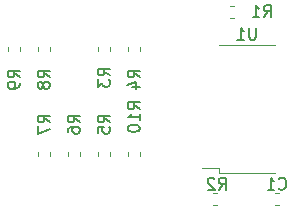
<source format=gbr>
G04 #@! TF.GenerationSoftware,KiCad,Pcbnew,(5.0.2)-1*
G04 #@! TF.CreationDate,2019-05-13T14:34:42-07:00*
G04 #@! TF.ProjectId,7_segment_display,375f7365-676d-4656-9e74-5f646973706c,rev?*
G04 #@! TF.SameCoordinates,Original*
G04 #@! TF.FileFunction,Legend,Bot*
G04 #@! TF.FilePolarity,Positive*
%FSLAX46Y46*%
G04 Gerber Fmt 4.6, Leading zero omitted, Abs format (unit mm)*
G04 Created by KiCad (PCBNEW (5.0.2)-1) date 5/13/2019 2:34:42 PM*
%MOMM*%
%LPD*%
G01*
G04 APERTURE LIST*
%ADD10C,0.120000*%
%ADD11C,0.150000*%
G04 APERTURE END LIST*
D10*
G04 #@! TO.C,C1*
X38897779Y-18290000D02*
X38572221Y-18290000D01*
X38897779Y-17270000D02*
X38572221Y-17270000D01*
G04 #@! TO.C,R1*
X34762221Y-1395000D02*
X35087779Y-1395000D01*
X34762221Y-2415000D02*
X35087779Y-2415000D01*
G04 #@! TO.C,R2*
X33339721Y-17270000D02*
X33665279Y-17270000D01*
X33339721Y-18290000D02*
X33665279Y-18290000D01*
G04 #@! TO.C,R3*
X24640000Y-4917221D02*
X24640000Y-5242779D01*
X23620000Y-4917221D02*
X23620000Y-5242779D01*
G04 #@! TO.C,R4*
X27180000Y-4917221D02*
X27180000Y-5242779D01*
X26160000Y-4917221D02*
X26160000Y-5242779D01*
G04 #@! TO.C,R5*
X23620000Y-14132779D02*
X23620000Y-13807221D01*
X24640000Y-14132779D02*
X24640000Y-13807221D01*
G04 #@! TO.C,R6*
X21080000Y-14132779D02*
X21080000Y-13807221D01*
X22100000Y-14132779D02*
X22100000Y-13807221D01*
G04 #@! TO.C,R7*
X18540000Y-14132779D02*
X18540000Y-13807221D01*
X19560000Y-14132779D02*
X19560000Y-13807221D01*
G04 #@! TO.C,R8*
X19560000Y-4917221D02*
X19560000Y-5242779D01*
X18540000Y-4917221D02*
X18540000Y-5242779D01*
G04 #@! TO.C,R9*
X17020000Y-4917221D02*
X17020000Y-5242779D01*
X16000000Y-4917221D02*
X16000000Y-5242779D01*
G04 #@! TO.C,R10*
X26160000Y-14132779D02*
X26160000Y-13807221D01*
X27180000Y-14132779D02*
X27180000Y-13807221D01*
G04 #@! TO.C,U1*
X33795000Y-4760000D02*
X38595000Y-4760000D01*
X33795000Y-15560000D02*
X38595000Y-15560000D01*
X33795000Y-15160000D02*
X32395000Y-15160000D01*
X33795000Y-15560000D02*
X33795000Y-15160000D01*
G04 #@! TO.C,C1*
D11*
X38901666Y-16867142D02*
X38949285Y-16914761D01*
X39092142Y-16962380D01*
X39187380Y-16962380D01*
X39330238Y-16914761D01*
X39425476Y-16819523D01*
X39473095Y-16724285D01*
X39520714Y-16533809D01*
X39520714Y-16390952D01*
X39473095Y-16200476D01*
X39425476Y-16105238D01*
X39330238Y-16010000D01*
X39187380Y-15962380D01*
X39092142Y-15962380D01*
X38949285Y-16010000D01*
X38901666Y-16057619D01*
X37949285Y-16962380D02*
X38520714Y-16962380D01*
X38235000Y-16962380D02*
X38235000Y-15962380D01*
X38330238Y-16105238D01*
X38425476Y-16200476D01*
X38520714Y-16248095D01*
G04 #@! TO.C,R1*
X37631666Y-2357380D02*
X37965000Y-1881190D01*
X38203095Y-2357380D02*
X38203095Y-1357380D01*
X37822142Y-1357380D01*
X37726904Y-1405000D01*
X37679285Y-1452619D01*
X37631666Y-1547857D01*
X37631666Y-1690714D01*
X37679285Y-1785952D01*
X37726904Y-1833571D01*
X37822142Y-1881190D01*
X38203095Y-1881190D01*
X36679285Y-2357380D02*
X37250714Y-2357380D01*
X36965000Y-2357380D02*
X36965000Y-1357380D01*
X37060238Y-1500238D01*
X37155476Y-1595476D01*
X37250714Y-1643095D01*
G04 #@! TO.C,R2*
X33821666Y-16962380D02*
X34155000Y-16486190D01*
X34393095Y-16962380D02*
X34393095Y-15962380D01*
X34012142Y-15962380D01*
X33916904Y-16010000D01*
X33869285Y-16057619D01*
X33821666Y-16152857D01*
X33821666Y-16295714D01*
X33869285Y-16390952D01*
X33916904Y-16438571D01*
X34012142Y-16486190D01*
X34393095Y-16486190D01*
X33440714Y-16057619D02*
X33393095Y-16010000D01*
X33297857Y-15962380D01*
X33059761Y-15962380D01*
X32964523Y-16010000D01*
X32916904Y-16057619D01*
X32869285Y-16152857D01*
X32869285Y-16248095D01*
X32916904Y-16390952D01*
X33488333Y-16962380D01*
X32869285Y-16962380D01*
G04 #@! TO.C,R3*
X24582380Y-7300833D02*
X24106190Y-6967500D01*
X24582380Y-6729404D02*
X23582380Y-6729404D01*
X23582380Y-7110357D01*
X23630000Y-7205595D01*
X23677619Y-7253214D01*
X23772857Y-7300833D01*
X23915714Y-7300833D01*
X24010952Y-7253214D01*
X24058571Y-7205595D01*
X24106190Y-7110357D01*
X24106190Y-6729404D01*
X23582380Y-7634166D02*
X23582380Y-8253214D01*
X23963333Y-7919880D01*
X23963333Y-8062738D01*
X24010952Y-8157976D01*
X24058571Y-8205595D01*
X24153809Y-8253214D01*
X24391904Y-8253214D01*
X24487142Y-8205595D01*
X24534761Y-8157976D01*
X24582380Y-8062738D01*
X24582380Y-7777023D01*
X24534761Y-7681785D01*
X24487142Y-7634166D01*
G04 #@! TO.C,R4*
X27122380Y-7453333D02*
X26646190Y-7120000D01*
X27122380Y-6881904D02*
X26122380Y-6881904D01*
X26122380Y-7262857D01*
X26170000Y-7358095D01*
X26217619Y-7405714D01*
X26312857Y-7453333D01*
X26455714Y-7453333D01*
X26550952Y-7405714D01*
X26598571Y-7358095D01*
X26646190Y-7262857D01*
X26646190Y-6881904D01*
X26455714Y-8310476D02*
X27122380Y-8310476D01*
X26074761Y-8072380D02*
X26789047Y-7834285D01*
X26789047Y-8453333D01*
G04 #@! TO.C,R5*
X24582380Y-11263333D02*
X24106190Y-10930000D01*
X24582380Y-10691904D02*
X23582380Y-10691904D01*
X23582380Y-11072857D01*
X23630000Y-11168095D01*
X23677619Y-11215714D01*
X23772857Y-11263333D01*
X23915714Y-11263333D01*
X24010952Y-11215714D01*
X24058571Y-11168095D01*
X24106190Y-11072857D01*
X24106190Y-10691904D01*
X23582380Y-12168095D02*
X23582380Y-11691904D01*
X24058571Y-11644285D01*
X24010952Y-11691904D01*
X23963333Y-11787142D01*
X23963333Y-12025238D01*
X24010952Y-12120476D01*
X24058571Y-12168095D01*
X24153809Y-12215714D01*
X24391904Y-12215714D01*
X24487142Y-12168095D01*
X24534761Y-12120476D01*
X24582380Y-12025238D01*
X24582380Y-11787142D01*
X24534761Y-11691904D01*
X24487142Y-11644285D01*
G04 #@! TO.C,R6*
X22042380Y-11263333D02*
X21566190Y-10930000D01*
X22042380Y-10691904D02*
X21042380Y-10691904D01*
X21042380Y-11072857D01*
X21090000Y-11168095D01*
X21137619Y-11215714D01*
X21232857Y-11263333D01*
X21375714Y-11263333D01*
X21470952Y-11215714D01*
X21518571Y-11168095D01*
X21566190Y-11072857D01*
X21566190Y-10691904D01*
X21042380Y-12120476D02*
X21042380Y-11930000D01*
X21090000Y-11834761D01*
X21137619Y-11787142D01*
X21280476Y-11691904D01*
X21470952Y-11644285D01*
X21851904Y-11644285D01*
X21947142Y-11691904D01*
X21994761Y-11739523D01*
X22042380Y-11834761D01*
X22042380Y-12025238D01*
X21994761Y-12120476D01*
X21947142Y-12168095D01*
X21851904Y-12215714D01*
X21613809Y-12215714D01*
X21518571Y-12168095D01*
X21470952Y-12120476D01*
X21423333Y-12025238D01*
X21423333Y-11834761D01*
X21470952Y-11739523D01*
X21518571Y-11691904D01*
X21613809Y-11644285D01*
G04 #@! TO.C,R7*
X19502380Y-11263333D02*
X19026190Y-10930000D01*
X19502380Y-10691904D02*
X18502380Y-10691904D01*
X18502380Y-11072857D01*
X18550000Y-11168095D01*
X18597619Y-11215714D01*
X18692857Y-11263333D01*
X18835714Y-11263333D01*
X18930952Y-11215714D01*
X18978571Y-11168095D01*
X19026190Y-11072857D01*
X19026190Y-10691904D01*
X18502380Y-11596666D02*
X18502380Y-12263333D01*
X19502380Y-11834761D01*
G04 #@! TO.C,R8*
X19502380Y-7453333D02*
X19026190Y-7120000D01*
X19502380Y-6881904D02*
X18502380Y-6881904D01*
X18502380Y-7262857D01*
X18550000Y-7358095D01*
X18597619Y-7405714D01*
X18692857Y-7453333D01*
X18835714Y-7453333D01*
X18930952Y-7405714D01*
X18978571Y-7358095D01*
X19026190Y-7262857D01*
X19026190Y-6881904D01*
X18930952Y-8024761D02*
X18883333Y-7929523D01*
X18835714Y-7881904D01*
X18740476Y-7834285D01*
X18692857Y-7834285D01*
X18597619Y-7881904D01*
X18550000Y-7929523D01*
X18502380Y-8024761D01*
X18502380Y-8215238D01*
X18550000Y-8310476D01*
X18597619Y-8358095D01*
X18692857Y-8405714D01*
X18740476Y-8405714D01*
X18835714Y-8358095D01*
X18883333Y-8310476D01*
X18930952Y-8215238D01*
X18930952Y-8024761D01*
X18978571Y-7929523D01*
X19026190Y-7881904D01*
X19121428Y-7834285D01*
X19311904Y-7834285D01*
X19407142Y-7881904D01*
X19454761Y-7929523D01*
X19502380Y-8024761D01*
X19502380Y-8215238D01*
X19454761Y-8310476D01*
X19407142Y-8358095D01*
X19311904Y-8405714D01*
X19121428Y-8405714D01*
X19026190Y-8358095D01*
X18978571Y-8310476D01*
X18930952Y-8215238D01*
G04 #@! TO.C,R9*
X16962380Y-7453333D02*
X16486190Y-7120000D01*
X16962380Y-6881904D02*
X15962380Y-6881904D01*
X15962380Y-7262857D01*
X16010000Y-7358095D01*
X16057619Y-7405714D01*
X16152857Y-7453333D01*
X16295714Y-7453333D01*
X16390952Y-7405714D01*
X16438571Y-7358095D01*
X16486190Y-7262857D01*
X16486190Y-6881904D01*
X16962380Y-7929523D02*
X16962380Y-8120000D01*
X16914761Y-8215238D01*
X16867142Y-8262857D01*
X16724285Y-8358095D01*
X16533809Y-8405714D01*
X16152857Y-8405714D01*
X16057619Y-8358095D01*
X16010000Y-8310476D01*
X15962380Y-8215238D01*
X15962380Y-8024761D01*
X16010000Y-7929523D01*
X16057619Y-7881904D01*
X16152857Y-7834285D01*
X16390952Y-7834285D01*
X16486190Y-7881904D01*
X16533809Y-7929523D01*
X16581428Y-8024761D01*
X16581428Y-8215238D01*
X16533809Y-8310476D01*
X16486190Y-8358095D01*
X16390952Y-8405714D01*
G04 #@! TO.C,R10*
X27122380Y-10152142D02*
X26646190Y-9818809D01*
X27122380Y-9580714D02*
X26122380Y-9580714D01*
X26122380Y-9961666D01*
X26170000Y-10056904D01*
X26217619Y-10104523D01*
X26312857Y-10152142D01*
X26455714Y-10152142D01*
X26550952Y-10104523D01*
X26598571Y-10056904D01*
X26646190Y-9961666D01*
X26646190Y-9580714D01*
X27122380Y-11104523D02*
X27122380Y-10533095D01*
X27122380Y-10818809D02*
X26122380Y-10818809D01*
X26265238Y-10723571D01*
X26360476Y-10628333D01*
X26408095Y-10533095D01*
X26122380Y-11723571D02*
X26122380Y-11818809D01*
X26170000Y-11914047D01*
X26217619Y-11961666D01*
X26312857Y-12009285D01*
X26503333Y-12056904D01*
X26741428Y-12056904D01*
X26931904Y-12009285D01*
X27027142Y-11961666D01*
X27074761Y-11914047D01*
X27122380Y-11818809D01*
X27122380Y-11723571D01*
X27074761Y-11628333D01*
X27027142Y-11580714D01*
X26931904Y-11533095D01*
X26741428Y-11485476D01*
X26503333Y-11485476D01*
X26312857Y-11533095D01*
X26217619Y-11580714D01*
X26170000Y-11628333D01*
X26122380Y-11723571D01*
G04 #@! TO.C,U1*
X36956904Y-3262380D02*
X36956904Y-4071904D01*
X36909285Y-4167142D01*
X36861666Y-4214761D01*
X36766428Y-4262380D01*
X36575952Y-4262380D01*
X36480714Y-4214761D01*
X36433095Y-4167142D01*
X36385476Y-4071904D01*
X36385476Y-3262380D01*
X35385476Y-4262380D02*
X35956904Y-4262380D01*
X35671190Y-4262380D02*
X35671190Y-3262380D01*
X35766428Y-3405238D01*
X35861666Y-3500476D01*
X35956904Y-3548095D01*
G04 #@! TD*
M02*

</source>
